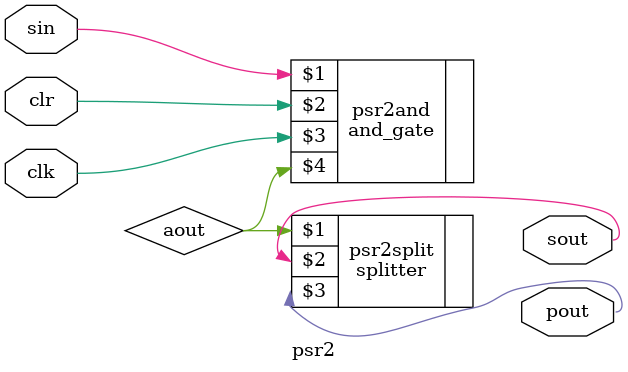
<source format=v>
module psr2 (sin, clr, clk, sout, pout);

input
	sin, clr, clk;

output
	sout, pout;
wire
	sout, pout;

parameter
	t_hold	= 14,
	t_setup	= -3,
	delay	= 31;

defparam
	psr2split.delay = 10,
	psr2and.t_hold = t_hold,
	psr2and.t_setup = t_setup,
	psr2and.delay = delay - 10;

wire
	aout;

and_gate  psr2and(sin, clr, clk, aout);
splitter  psr2split(aout, sout, pout);

endmodule
	

</source>
